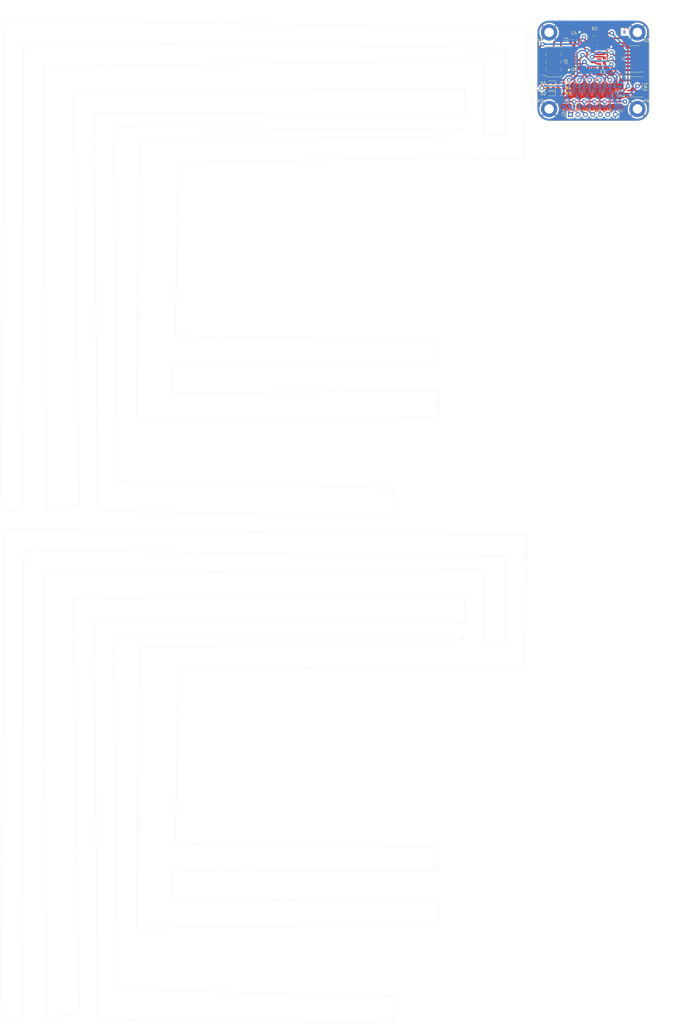
<source format=kicad_pcb>
(kicad_pcb (version 20221018) (generator pcbnew)
  (layers (0 "F.Cu" signal) (31 "B.Cu" signal) (34 "B.Paste" user) (35 "F.Paste" user) (36 "B.SilkS" user "B.Silkscreen") (37 "F.SilkS" user "F.Silkscreen") (38 "B.Mask" user) (39 "F.Mask" user) (44 "Edge.Cuts" user))
  (net 0 "")
  (net 1 "+5V-v2-")
  (net 2 "GND-v2-")
  (net 3 "+3.3V-v2-")
  (net 4 "Net-(D1-K)-v2-")
  (net 6 "Net-(D3-K)-v2-")
  (net 7 "Status_LED-v2-")
  (net 8 "Data_Clock_SNES-v2-")
  (net 9 "Data_Latch_SNES-v2-")
  (net 10 "Net-(D2-K)-v2-")
  (net 11 "Serial_Data1_SNES-v2-")
  (net 12 "Serial_Data2_SNES-v2-")
  (net 13 "SPI_Chip_Select-v2-")
  (net 14 "Chip_Enable-v2-")
  (net 15 "SPI_Digital_Input-v2-")
  (net 16 "SPI_Clock-v2-")
  (net 17 "SPI_Digital_Output-v2-")
  (net 18 "IOBit_SNES-v2-")
  (net 19 "Data_Clock_STM32-v2-")
  (net 20 "Data_Latch_STM32-v2-")
  (net 21 "Appairing_Btn-v2-")
  (net 22 "Net-(U2-BP)-v2-")
  (net 23 "SWDIO-v2-")
  (net 24 "SWDCK-v2-")
  (net 27 "NRST-v2-")
  (net 28 "USART2_RX-v2-")
  (net 29 "USART2_TX-v2-")
  (net 30 "Serial_Data1_STM32-v2-")
  (net 31 "IOBit_STM32-v2-")
  (net 32 "Serial_Data2_STM32-v2-")
  (footprint "MountingHole:MountingHole_3.2mm_M3_DIN965_Pad" (layer "F.Cu") (at 187.75 5.25)
    (fp_text reference "H1")
    (fp_text value "MountingHole_Pad")
  )
  (footprint "Resistor_SMD:R_0603_1608Metric_Pad0.98x0.95mm_HandSolder" (layer "F.Cu") (at 191.76875 22.45)
    (fp_text reference "R1")
    (fp_text value "1k")
  )
  (footprint "Capacitor_SMD:C_0603_1608Metric_Pad1.08x0.95mm_HandSolder" (layer "F.Cu") (at 195.05 7.75 90)
    (fp_text reference "C1")
    (fp_text value "10u")
  )
  (footprint "Connector_PinHeader_2.54mm:PinHeader_1x07_P2.54mm_Vertical" (layer "F.Cu") (at 195 33.15 90)
    (fp_text reference "J2")
    (fp_text value "Conn_01x07_Socket")
  )
  (footprint "Resistor_SMD:R_0603_1608Metric_Pad0.98x0.95mm_HandSolder" (layer "F.Cu") (at 191.76875 26.05)
    (fp_text reference "R3")
    (fp_text value "1k")
  )
  (footprint "Button_Switch_SMD:SW_SPST_B3S-1000" (layer "F.Cu") (at 216.25 23.75 180)
    (fp_text reference "SW1")
    (fp_text value "SW_SPST")
  )
  (footprint "MountingHole:MountingHole_3.2mm_M3_DIN965_Pad" (layer "F.Cu") (at 217.75 31.25)
    (fp_text reference "H4")
    (fp_text value "MountingHole_Pad")
  )
  (footprint "Capacitor_SMD:C_0603_1608Metric_Pad1.08x0.95mm_HandSolder" (layer "F.Cu") (at 206.51 11.5 90)
    (fp_text reference "C5")
    (fp_text value "100n")
  )
  (footprint "Diode_SMD:D_0603_1608Metric_Pad1.05x0.95mm_HandSolder" (layer "F.Cu") (at 188.26875 22.45 180)
    (fp_text reference "D1")
    (fp_text value "LED_Small")
  )
  (footprint "Connector_PinSocket_2.54mm:PinSocket_2x04_P2.54mm_Vertical_SMD" (layer "F.Cu") (at 189.25 15.25 180)
    (fp_text reference "J3")
    (fp_text value "Conn_01x08_Socket")
  )
  (footprint "Package_QFP:LQFP-32_7x7mm_P0.8mm" (layer "F.Cu") (at 200.6 13.15 180)
    (fp_text reference "U1")
    (fp_text value "STM32L412KBTx")
  )
  (footprint "Capacitor_SMD:C_0603_1608Metric_Pad1.08x0.95mm_HandSolder" (layer "F.Cu") (at 196.55 7.75 90)
    (fp_text reference "C4")
    (fp_text value "100n")
  )
  (footprint "Capacitor_SMD:C_0603_1608Metric_Pad1.08x0.95mm_HandSolder" (layer "F.Cu") (at 206.0025 17.19)
    (fp_text reference "C3")
    (fp_text value "100n")
  )
  (footprint "Diode_SMD:D_0603_1608Metric_Pad1.05x0.95mm_HandSolder" (layer "F.Cu") (at 188.26875 26.05 180)
    (fp_text reference "D2")
    (fp_text value "LED_Small")
  )
  (footprint "Diode_SMD:D_0603_1608Metric_Pad1.05x0.95mm_HandSolder" (layer "F.Cu") (at 188.26875 24.25 180)
    (fp_text reference "D3")
    (fp_text value "LED")
  )
  (footprint "MountingHole:MountingHole_3.2mm_M3_DIN965_Pad" (layer "F.Cu") (at 187.75 31.25)
    (fp_text reference "H3")
    (fp_text value "MountingHole_Pad")
  )
  (footprint "Connector_PinHeader_1.27mm:PinHeader_2x07_P1.27mm_Vertical_SMD" (layer "F.Cu") (at 216.75 14.25 180)
    (fp_text reference "J1")
    (fp_text value "Conn_02x07_Odd_Even")
  )
  (footprint "Capacitor_SMD:C_0603_1608Metric_Pad1.08x0.95mm_HandSolder" (layer "F.Cu") (at 206.51 14.8025 90)
    (fp_text reference "C2")
    (fp_text value "100n")
  )
  (footprint "Resistor_SMD:R_0603_1608Metric_Pad0.98x0.95mm_HandSolder" (layer "F.Cu") (at 203.17 6.32 90)
    (fp_text reference "R2")
    (fp_text value "10k")
  )
  (footprint "MountingHole:MountingHole_3.2mm_M3_DIN965_Pad" (layer "F.Cu") (at 217.75 5.25)
    (fp_text reference "H2")
    (fp_text value "MountingHole_Pad")
  )
  (footprint "Resistor_SMD:R_0603_1608Metric_Pad0.98x0.95mm_HandSolder" (layer "F.Cu") (at 191.76875 24.25)
    (fp_text reference "R4")
    (fp_text value "1k")
  )
  (footprint "Resistor_SMD:R_0603_1608Metric_Pad0.98x0.95mm_HandSolder" (layer "B.Cu") (at 197.15 30.35)
    (fp_text reference "R11")
    (fp_text value "10k")
  )
  (footprint "Resistor_SMD:R_0603_1608Metric_Pad0.98x0.95mm_HandSolder" (layer "B.Cu") (at 193.7 23.45)
    (fp_text reference "R5")
    (fp_text value "10k")
  )
  (footprint "Capacitor_SMD:C_0603_1608Metric_Pad1.08x0.95mm_HandSolder" (layer "B.Cu") (at 210.9 23.7 180)
    (fp_text reference "C6")
    (fp_text value "470p")
  )
  (footprint "Resistor_SMD:R_0603_1608Metric_Pad0.98x0.95mm_HandSolder" (layer "B.Cu") (at 207.5 23.45)
    (fp_text reference "R9")
    (fp_text value "10k")
  )
  (footprint "Resistor_SMD:R_0603_1608Metric_Pad0.98x0.95mm_HandSolder" (layer "B.Cu") (at 193.7 30.35)
    (fp_text reference "R10")
    (fp_text value "10k")
  )
  (footprint "Resistor_SMD:R_0603_1608Metric_Pad0.98x0.95mm_HandSolder" (layer "B.Cu") (at 200.6 23.45)
    (fp_text reference "R7")
    (fp_text value "10k")
  )
  (footprint "Resistor_SMD:R_0603_1608Metric_Pad0.98x0.95mm_HandSolder" (layer "B.Cu") (at 200.6 30.35)
    (fp_text reference "R12")
    (fp_text value "10k")
  )
  (footprint "Package_TO_SOT_SMD:SOT-23" (layer "B.Cu") (at 197.15 26.15 -90)
    (fp_text reference "Q2")
    (fp_text value "2N7002")
  )
  (footprint "Package_TO_SOT_SMD:SOT-23" (layer "B.Cu") (at 204.05 26.15 -90)
    (fp_text reference "Q4")
    (fp_text value "2N7002")
  )
  (footprint "Resistor_SMD:R_0603_1608Metric_Pad0.98x0.95mm_HandSolder" (layer "B.Cu") (at 204.05 23.45)
    (fp_text reference "R8")
    (fp_text value "10k")
  )
  (footprint "Package_TO_SOT_SMD:SOT-23" (layer "B.Cu") (at 207.5 26.15 -90)
    (fp_text reference "Q5")
    (fp_text value "2N7002")
  )
  (footprint "Capacitor_SMD:C_0603_1608Metric_Pad1.08x0.95mm_HandSolder" (layer "B.Cu") (at 210.9 22.2 180)
    (fp_text reference "C7")
    (fp_text value "2.2u")
  )
  (footprint "Resistor_SMD:R_0603_1608Metric_Pad0.98x0.95mm_HandSolder" (layer "B.Cu") (at 197.15 23.45)
    (fp_text reference "R6")
    (fp_text value "10k")
  )
  (footprint "Package_TO_SOT_SMD:SOT-23" (layer "B.Cu") (at 193.7 26.15 -90)
    (fp_text reference "Q1")
    (fp_text value "2N7002")
  )
  (footprint "Package_SO:MSOP-8_3x3mm_P0.65mm" (layer "B.Cu") (at 211.0125 27.9 -90)
    (fp_text reference "U2")
    (fp_text value "MIC5219-3.3YMM")
  )
  (footprint "Package_TO_SOT_SMD:SOT-23" (layer "B.Cu") (at 200.6 26.15 -90)
    (fp_text reference "Q3")
    (fp_text value "2N7002")
  )
  (footprint "Resistor_SMD:R_0603_1608Metric_Pad0.98x0.95mm_HandSolder" (layer "B.Cu") (at 204.05 30.35)
    (fp_text reference "R13")
    (fp_text value "10k")
  )
  (footprint "Resistor_SMD:R_0603_1608Metric_Pad0.98x0.95mm_HandSolder" (layer "B.Cu") (at 207.5 30.35)
    (fp_text reference "R14")
    (fp_text value "10k")
  )
  (gr_line (start 149.999937 135.88989) (end 150.329937 126.82989) (stroke (width 0.05)) (layer "Edge.Cuts"))
  (gr_line (start 217.75 35.25) (end 187.75 35.25) (stroke (width 0.1)) (layer "Edge.Cuts"))
  (gr_line (start 62.029937 221.76989) (end 153.019937 220.41989) (stroke (width 0.05)) (layer "Edge.Cuts"))
  (gr_line (start 158.729937 210.68989) (end 152.349937 213.03989) (stroke (width 0.05)) (layer "Edge.Cuts"))
  (gr_line (start 47.589937 309.39989) (end 149.999937 308.38989) (stroke (width 0.05)) (layer "Edge.Cuts"))
  (gr_line (start 153.019937 47.91989) (end 179.209937 48.25989) (stroke (width 0.05)) (layer "Edge.Cuts"))
  (gr_line (start 26.099937 25.08989) (end 159.059937 24.41989) (stroke (width 0.05)) (layer "Edge.Cuts"))
  (gr_line (start 34.489937 340.28989) (end 134.889937 341.96989) (stroke (width 0.05)) (layer "Edge.Cuts"))
  (gr_line (start 150.329937 299.32989) (end 59.679937 300.32989) (stroke (width 0.05)) (layer "Edge.Cuts"))
  (gr_line (start 134.889937 169.46989) (end 134.889937 160.06989) (stroke (width 0.05)) (layer "Edge.Cuts"))
  (gr_line (start 149.999937 308.38989) (end 150.329937 299.32989) (stroke (width 0.05)) (layer "Edge.Cuts"))
  (gr_line (start 165.439937 15.01989) (end 16.029937 16.69989) (stroke (width 0.05)) (layer "Edge.Cuts"))
  (gr_line (start 134.889937 160.06989) (end 41.209937 157.71989) (stroke (width 0.05)) (layer "Edge.Cuts"))
  (gr_arc (start 187.75 35.25) (mid 184.921573 34.078427) (end 183.75 31.25) (stroke (width 0.1)) (layer "Edge.Cuts"))
  (gr_line (start 26.099937 197.58989) (end 159.059937 196.91989) (stroke (width 0.05)) (layer "Edge.Cuts"))
  (gr_line (start 28.119937 165.43989) (end 26.099937 25.08989) (stroke (width 0.05)) (layer "Edge.Cuts"))
  (gr_line (start 17.039937 340.28989) (end 28.119937 337.93989) (stroke (width 0.05)) (layer "Edge.Cuts"))
  (gr_line (start 33.149937 204.97989) (end 34.489937 340.28989) (stroke (width 0.05)) (layer "Edge.Cuts"))
  (gr_line (start 39.869937 37.50989) (end 158.729937 38.18989) (stroke (width 0.05)) (layer "Edge.Cuts"))
  (gr_line (start 173.159937 39.85989) (end 165.439937 40.19989) (stroke (width 0.05)) (layer "Edge.Cuts"))
  (gr_line (start 173.159937 10.64989) (end 173.159937 39.85989) (stroke (width 0.05)) (layer "Edge.Cuts"))
  (gr_line (start 150.329937 126.82989) (end 59.679937 127.82989) (stroke (width 0.05)) (layer "Edge.Cuts"))
  (gr_line (start 158.729937 38.18989) (end 152.349937 40.53989) (stroke (width 0.05)) (layer "Edge.Cuts"))
  (gr_line (start 221.75 5.25) (end 221.75 31.25) (stroke (width 0.1)) (layer "Edge.Cuts"))
  (gr_line (start 180.219937 176.09989) (end 2.929937 173.74989) (stroke (width 0.05)) (layer "Edge.Cuts"))
  (gr_line (start 159.399937 205.64989) (end 33.149937 204.97989) (stroke (width 0.05)) (layer "Edge.Cuts"))
  (gr_line (start 152.349937 213.03989) (end 48.599937 214.03989) (stroke (width 0.05)) (layer "Edge.Cuts"))
  (gr_line (start 134.889937 341.96989) (end 134.889937 332.56989) (stroke (width 0.05)) (layer "Edge.Cuts"))
  (gr_line (start 1.249937 340.62989) (end 8.639937 339.94989) (stroke (width 0.05)) (layer "Edge.Cuts"))
  (gr_line (start 159.059937 196.91989) (end 159.399937 205.64989) (stroke (width 0.05)) (layer "Edge.Cuts"))
  (gr_arc (start 217.75 1.25) (mid 220.578427 2.421573) (end 221.75 5.25) (stroke (width 0.1)) (layer "Edge.Cuts"))
  (gr_line (start 152.349937 40.53989) (end 48.599937 41.53989) (stroke (width 0.05)) (layer "Edge.Cuts"))
  (gr_line (start 149.659937 109.36989) (end 60.679937 108.35989) (stroke (width 0.05)) (layer "Edge.Cuts"))
  (gr_line (start 165.439937 40.19989) (end 165.439937 15.01989) (stroke (width 0.05)) (layer "Edge.Cuts"))
  (gr_line (start 60.679937 280.85989) (end 62.029937 221.76989) (stroke (width 0.05)) (layer "Edge.Cuts"))
  (gr_line (start 48.599937 214.03989) (end 47.589937 309.39989) (stroke (width 0.05)) (layer "Edge.Cuts"))
  (gr_line (start 41.209937 157.71989) (end 39.869937 37.50989) (stroke (width 0.05)) (layer "Edge.Cuts"))
  (gr_line (start 2.929937 173.74989) (end 1.249937 340.62989) (stroke (width 0.05)) (layer "Edge.Cuts"))
  (gr_line (start 17.039937 167.78989) (end 28.119937 165.43989) (stroke (width 0.05)) (layer "Edge.Cuts"))
  (gr_line (start 60.679937 108.35989) (end 62.029937 49.26989) (stroke (width 0.05)) (layer "Edge.Cuts"))
  (gr_line (start 149.659937 281.86989) (end 60.679937 280.85989) (stroke (width 0.05)) (layer "Edge.Cuts"))
  (gr_line (start 153.019937 220.41989) (end 179.209937 220.75989) (stroke (width 0.05)) (layer "Edge.Cuts"))
  (gr_line (start 134.889937 332.56989) (end 41.209937 330.21989) (stroke (width 0.05)) (layer "Edge.Cuts"))
  (gr_line (start 8.639937 167.44989) (end 9.309937 8.63989) (stroke (width 0.05)) (layer "Edge.Cuts"))
  (gr_line (start 9.309937 8.63989) (end 173.159937 10.64989) (stroke (width 0.05)) (layer "Edge.Cuts"))
  (gr_line (start 28.119937 337.93989) (end 26.099937 197.58989) (stroke (width 0.05)) (layer "Edge.Cuts"))
  (gr_line (start 9.309937 181.13989) (end 173.159937 183.14989) (stroke (width 0.05)) (layer "Edge.Cuts"))
  (gr_line (start 183.75 31.25) (end 183.75 5.25) (stroke (width 0.1)) (layer "Edge.Cuts"))
  (gr_line (start 39.869937 210.00989) (end 158.729937 210.68989) (stroke (width 0.05)) (layer "Edge.Cuts"))
  (gr_line (start 173.159937 183.14989) (end 173.159937 212.35989) (stroke (width 0.05)) (layer "Edge.Cuts"))
  (gr_line (start 16.029937 16.69989) (end 17.039937 167.78989) (stroke (width 0.05)) (layer "Edge.Cuts"))
  (gr_arc (start 183.75 5.25) (mid 184.921573 2.421573) (end 187.75 1.25) (stroke (width 0.1)) (layer "Edge.Cuts"))
  (gr_line (start 16.029937 189.19989) (end 17.039937 340.28989) (stroke (width 0.05)) (layer "Edge.Cuts"))
  (gr_line (start 165.439937 212.69989) (end 165.439937 187.51989) (stroke (width 0.05)) (layer "Edge.Cuts"))
  (gr_line (start 59.679937 127.82989) (end 59.679937 117.75989) (stroke (width 0.05)) (layer "Edge.Cuts"))
  (gr_line (start 41.209937 330.21989) (end 39.869937 210.00989) (stroke (width 0.05)) (layer "Edge.Cuts"))
  (gr_arc (start 221.75 31.25) (mid 220.578427 34.078427) (end 217.75 35.25) (stroke (width 0.1)) (layer "Edge.Cuts"))
  (gr_line (start 187.75 1.25) (end 217.75 1.25) (stroke (width 0.1)) (layer "Edge.Cuts"))
  (gr_line (start 179.209937 48.25989) (end 180.219937 3.59989) (stroke (width 0.05)) (layer "Edge.Cuts"))
  (gr_line (start 59.679937 300.32989) (end 59.679937 290.25989) (stroke (width 0.05)) (layer "Edge.Cuts"))
  (gr_line (start 2.929937 1.24989) (end 1.249937 168.12989) (stroke (width 0.05)) (layer "Edge.Cuts"))
  (gr_line (start 179.209937 220.75989) (end 180.219937 176.09989) (stroke (width 0.05)) (layer "Edge.Cuts"))
  (gr_line (start 149.999937 289.92989) (end 149.659937 281.86989) (stroke (width 0.05)) (layer "Edge.Cuts"))
  (gr_line (start 159.059937 24.41989) (end 159.399937 33.14989) (stroke (width 0.05)) (layer "Edge.Cuts"))
  (gr_line (start 159.399937 33.14989) (end 33.149937 32.47989) (stroke (width 0.05)) (layer "Edge.Cuts"))
  (gr_line (start 173.159937 212.35989) (end 165.439937 212.69989) (stroke (width 0.05)) (layer "Edge.Cuts"))
  (gr_line (start 47.589937 136.89989) (end 149.999937 135.88989) (stroke (width 0.05)) (layer "Edge.Cuts"))
  (gr_line (start 149.999937 117.42989) (end 149.659937 109.36989) (stroke (width 0.05)) (layer "Edge.Cuts"))
  (gr_line (start 180.219937 3.59989) (end 2.929937 1.24989) (stroke (width 0.05)) (layer "Edge.Cuts"))
  (gr_line (start 1.249937 168.12989) (end 8.639937 167.44989) (stroke (width 0.05)) (layer "Edge.Cuts"))
  (gr_line (start 48.599937 41.53989) (end 47.589937 136.89989) (stroke (width 0.05)) (layer "Edge.Cuts"))
  (gr_line (start 165.439937 187.51989) (end 16.029937 189.19989) (stroke (width 0.05)) (layer "Edge.Cuts"))
  (gr_line (start 33.149937 32.47989) (end 34.489937 167.78989) (stroke (width 0.05)) (layer "Edge.Cuts"))
  (gr_line (start 59.679937 117.75989) (end 149.999937 117.42989) (stroke (width 0.05)) (layer "Edge.Cuts"))
  (gr_line (start 8.639937 339.94989) (end 9.309937 181.13989) (stroke (width 0.05)) (layer "Edge.Cuts"))
  (gr_line (start 62.029937 49.26989) (end 153.019937 47.91989) (stroke (width 0.05)) (layer "Edge.Cuts"))
  (gr_line (start 59.679937 290.25989) (end 149.999937 289.92989) (stroke (width 0.05)) (layer "Edge.Cuts"))
  (gr_line (start 34.489937 167.78989) (end 134.889937 169.46989) (stroke (width 0.05)) (layer "Edge.Cuts"))
  (gr_text "SNES Plug" (at 205.75 3.75) (layer "F.Cu") (effects (font (size 1 1)) (justify left bottom)))
  (gr_text "T" (at 212.75 5.75) (layer "F.Cu") (effects (font (size 1 1)) (justify left bottom)))
  (gr_text "B" (at 212.75 5.75) (layer "B.Cu") (effects (font (size 1 1)) (justify left bottom)))
  (segment (start 196.2375 28.75) (end 196.2375 31.9125) (width 0.5) (layer "F.Cu") (net 1))
  (segment (start 203.1375 28.75) (end 206.5875 28.75) (width 0.5) (layer "F.Cu") (net 1))
  (segment (start 188.809189 27.5) (end 190.25 27.5) (width 0.5) (layer "F.Cu") (net 1))
  (segment (start 187.39375 26.084561) (end 188.809189 27.5) (width 0.5) (layer "F.Cu") (net 1))
  (segment (start 206.5875 28.75) (end 213.5 28.75) (width 0.5) (layer "F.Cu") (net 1))
  (segment (start 196.2375 31.9125) (end 195 33.15) (width 0.5) (layer "F.Cu") (net 1))
  (segment (start 196.2375 28.75) (end 199.6875 28.75) (width 0.3) (layer "F.Cu") (net 1))
  (segment (start 203.1375 28.75) (end 199.6875 28.75) (width 0.5) (layer "F.Cu") (net 1))
  (segment (start 190.25 27.5) (end 191.5 28.75) (width 0.5) (layer "F.Cu") (net 1))
  (segment (start 191.5 28.75) (end 196.2375 28.75) (width 0.5) (layer "F.Cu") (net 1))
  (segment (start 187.39375 26.05) (end 187.39375 26.084561) (width 0.5) (layer "F.Cu") (net 1))
  (via (at 196.2375 28.75) (size 1.6) (drill 0.8) (layers "F.Cu" "B.Cu") (net 1))
  (via (at 199.6875 28.75) (size 1.6) (drill 0.8) (layers "F.Cu" "B.Cu") (net 1))
  (via (at 203.1375 28.75) (size 1.6) (drill 0.8) (layers "F.Cu" "B.Cu") (net 1))
  (via (at 213.5 28.75) (size 1.6) (drill 0.8) (layers "F.Cu" "B.Cu") (net 1))
  (via (at 206.5875 28.75) (size 1.6) (drill 0.8) (layers "F.Cu" "B.Cu") (net 1))
  (segment (start 213.5 28.75) (end 213.4 28.65) (width 0.5) (layer "B.Cu") (net 1))
  (segment (start 199.6875 28.75) (end 199.6875 30.35) (width 0.5) (layer "B.Cu") (net 1))
  (segment (start 195 33.15) (end 195 32.5625) (width 0.5) (layer "B.Cu") (net 1))
  (segment (start 210.6875 25.7875) (end 210.6875 27.230761) (width 0.3) (layer "B.Cu") (net 1))
  (segment (start 195 32.5625) (end 192.7875 30.35) (width 0.5) (layer "B.Cu") (net 1))
  (segment (start 203.1375 28.75) (end 203.1375 30.35) (width 0.5) (layer "B.Cu") (net 1))
  (segment (start 196.2375 30.35) (end 196.2375 28.75) (width 0.5) (layer "B.Cu") (net 1))
  (segment (start 206.5875 28.75) (end 206.5875 30.35) (width 0.5) (layer "B.Cu") (net 1))
  (segment (start 212.106739 28.65) (end 210.6875 27.230761) (width 0.5) (layer "B.Cu") (net 1))
  (segment (start 213.4 28.65) (end 212.106739 28.65) (width 0.5) (layer "B.Cu") (net 1))
  (segment (start 203.4 17.325) (end 204.29 18.215) (width 0.5) (layer "F.Cu") (net 2))
  (segment (start 196.55 6.8875) (end 196.55 6.7) (width 0.5) (layer "F.Cu") (net 2))
  (segment (start 193.44 19.06) (end 191.77 19.06) (width 0.5) (layer "F.Cu") (net 2))
  (segment (start 196.55 6.7) (end 198.1 5.15) (width 0.5) (layer "F.Cu") (net 2))
  (segment (start 194.5 18) (end 193.44 19.06) (width 0.5) (layer "F.Cu") (net 2))
  (segment (start 197.8 5.45) (end 197.8 8.975) (width 0.5) (layer "F.Cu") (net 2))
  (segment (start 208.899189 10.15) (end 208.411689 10.6375) (width 0.5) (layer "F.Cu") (net 2))
  (segment (start 206.51 15.591193) (end 207.535 14.566193) (width 0.5) (layer "F.Cu") (net 2))
  (segment (start 207.535 14.566193) (end 207.535 11.6625) (width 0.5) (layer "F.Cu") (net 2))
  (segment (start 206.865 16.02) (end 206.51 15.665) (width 0.5) (layer "F.Cu") (net 2))
  (segment (start 208.411689 10.6375) (end 206.51 10.6375) (width 0.5) (layer "F.Cu") (net 2))
  (segment (start 206.865 17.19) (end 206.865 16.02) (width 0.5) (layer "F.Cu") (net 2))
  (segment (start 207.535 11.6625) (end 206.51 10.6375) (width 0.5) (layer "F.Cu") (net 2))
  (segment (start 195.05 6.8875) (end 196.55 6.8875) (width 0.5) (layer "F.Cu") (net 2))
  (segment (start 205.84 18.215) (end 206.865 17.19) (width 0.5) (layer "F.Cu") (net 2))
  (segment (start 204.29 18.215) (end 205.84 18.215) (width 0.5) (layer "F.Cu") (net 2))
  (segment (start 198.1 5.15) (end 197.8 5.45) (width 0.5) (layer "F.Cu") (net 2))
  (segment (start 206.51 15.665) (end 206.51 15.591193) (width 0.5) (layer "F.Cu") (net 2))
  (via (at 194.5 18) (size 1.6) (drill 0.8) (layers "F.Cu" "B.Cu") (net 2))
  (via (at 198.1 5.15) (size 1.6) (drill 0.8) (layers "F.Cu" "B.Cu") (net 2))
  (via (at 210.0375 20.15) (size 1.6) (drill 0.8) (layers "F.Cu" "B.Cu") (net 2))
  (via (at 208.899189 10.15) (size 1.6) (drill 0.8) (layers "F.Cu" "B.Cu") (net 2))
  (segment (start 210.0375 22.2) (end 210.0375 23.7) (width 0.5) (layer "B.Cu") (net 2))
  (segment (start 210.0375 22.2) (end 210.0375 20.15) (width 0.5) (layer "B.Cu") (net 2))
  (segment (start 210.0375 20.1875) (end 210 20.15) (width 0.5) (layer "B.Cu") (net 2))
  (segment (start 208.899189 10.15) (end 206.15 10.15) (width 0.5) (layer "B.Cu") (net 2))
  (segment (start 201.15 5.15) (end 198.1 5.15) (width 0.5) (layer "B.Cu") (net 2))
  (segment (start 206.15 10.15) (end 201.15 5.15) (width 0.5) (layer "B.Cu") (net 2))
  (segment (start 195.05 8.975) (end 196.425 10.35) (width 0.5) (layer "F.Cu") (net 3))
  (segment (start 204.775 15.95) (end 203.870406 15.95) (width 0.5) (layer "F.Cu") (net 3))
  (segment (start 203.420406 15.5) (end 202.290811 15.5) (width 0.5) (layer "F.Cu") (net 3))
  (segment (start 205.14 17.19) (end 205.14 16.315) (width 0.5) (layer "F.Cu") (net 3))
  (segment (start 187.39375 24.25) (end 185.25 24.25) (width 0.5) (layer "F.Cu") (net 3))
  (segment (start 199.55 10.35) (end 196.425 10.35) (width 0.5) (layer "F.Cu") (net 3))
  (segment (start 196.425 8.7375) (end 196.55 8.6125) (width 0.5) (layer "F.Cu") (net 3))
  (segment (start 204.775 12.75) (end 203.75 12.75) (width 0.5) (layer "F.Cu") (net 3))
  (segment (start 206.1225 12.75) (end 204.775 12.75) (width 0.5) (layer "F.Cu") (net 3))
  (segment (start 185.25 24.25) (end 185.25 20.54) (width 0.5) (layer "F.Cu") (net 3))
  (segment (start 200.6 13.809189) (end 200.6 11.4) (width 0.5) (layer "F.Cu") (net 3))
  (segment (start 195.05 8.6125) (end 195.05 8.975) (width 0.5) (layer "F.Cu") (net 3))
  (segment (start 185.25 20.54) (end 186.73 19.06) (width 0.5) (layer "F.Cu") (net 3))
  (segment (start 220.225 21.5) (end 220.75 20.975) (width 0.5) (layer "F.Cu") (net 3))
  (segment (start 196.425 10.35) (end 196.425 8.7375) (width 0.5) (layer "F.Cu") (net 3))
  (segment (start 220.75 20.975) (end 220.75 17.14) (width 0.5) (layer "F.Cu") (net 3))
  (segment (start 220.4 16.79) (end 220.75 17.14) (width 0.5) (layer "F.Cu") (net 3))
  (segment (start 218.225 23.5) (end 220.225 21.5) (width 0.5) (layer "F.Cu") (net 3))
  (segment (start 200.6 11.4) (end 199.55 10.35) (width 0.5) (layer "F.Cu") (net 3))
  (segment (start 205.14 16.315) (end 204.775 15.95) (width 0.5) (layer "F.Cu") (net 3))
  (segment (start 203.870406 15.95) (end 203.420406 15.5) (width 0.5) (layer "F.Cu") (net 3))
  (segment (start 203.75 12.75) (end 202.4 11.4) (width 0.5) (layer "F.Cu") (net 3))
  (segment (start 218.7 16.79) (end 220.4 16.79) (width 0.5) (layer "F.Cu") (net 3))
  (segment (start 212.275 21.5) (end 220.225 21.5) (width 0.5) (layer "F.Cu") (net 3))
  (segment (start 202.290811 15.5) (end 200.6 13.809189) (width 0.5) (layer "F.Cu") (net 3))
  (segment (start 206.51 12.3625) (end 206.1225 12.75) (width 0.5) (layer "F.Cu") (net 3))
  (segment (start 202.4 11.4) (end 200.6 11.4) (width 0.5) (layer "F.Cu") (net 3))
  (segment (start 217.75 23.5) (end 218.225 23.5) (width 0.5) (layer "F.Cu") (net 3))
  (via (at 185.25 24.25) (size 1.6) (drill 0.8) (layers "F.Cu" "B.Cu") (net 3))
  (via (at 200.6 11.4) (size 1.6) (drill 0.8) (layers "F.Cu" "B.Cu") (net 3))
  (via (at 217.75 23.5) (size 1.6) (drill 0.8) (layers "F.Cu" "B.Cu") (net 3))
  (segment (start 202.071689 20.05) (end 203.1375 21.115811) (width 0.5) (layer "B.Cu") (net 3))
  (segment (start 186.05 23.45) (end 192.7875 23.45) (width 0.5) (layer "B.Cu") (net 3))
  (segment (start 192.75 25.2125) (end 192.75 23.4875) (width 0.5) (layer "B.Cu") (net 3))
  (segment (start 196.2 25.2125) (end 196.2 23.4875) (width 0.5) (layer "B.Cu") (net 3))
  (segment (start 199.65 25.2125) (end 199.65 23.4875) (width 0.5) (layer "B.Cu") (net 3))
  (segment (start 206.55 25.2125) (end 206.55 23.4875) (width 0.5) (layer "B.Cu") (net 3))
  (segment (start 192.75 23.4875) (end 192.7875 23.45) (width 0.5) (layer "B.Cu") (net 3))
  (segment (start 204.203311 20.05) (end 203.1375 21.115811) (width 0.5) (layer "B.Cu") (net 3))
  (segment (start 211.7625 19.965811) (end 210.596689 18.8) (width 0.5) (layer "B.Cu") (net 3))
  (segment (start 194.053311 20.05) (end 195.171689 20.05) (width 0.5) (layer "B.Cu") (net 3))
  (segment (start 196.2375 21.115811) (end 196.2375 23.45) (width 0.5) (layer "B.Cu") (net 3))
  (segment (start 195.171689 20.05) (end 196.2375 21.115811) (width 0.5) (layer "B.Cu") (net 3))
  (segment (start 192.7875 23.45) (end 192.7875 21.315811) (width 0.5) (layer "B.Cu") (net 3))
  (segment (start 197.303311 20.05) (end 196.2375 21.115811) (width 0.5) (layer "B.Cu") (net 3))
  (segment (start 198.35 11.4) (end 197.303311 12.446689) (width 0.5) (layer "B.Cu") (net 3))
  (segment (start 211.3375 26.727817) (end 211.759683 27.15) (width 0.3) (layer "B.Cu") (net 3))
  (segment (start 199.6875 23.45) (end 199.6875 21.115811) (width 0.5) (layer "B.Cu") (net 3))
  (segment (start 192.7875 21.315811) (end 194.053311 20.05) (width 0.5) (layer "B.Cu") (net 3))
  (segment (start 198.621689 20.05) (end 197.303311 20.05) (width 0.5) (layer "B.Cu") (net 3))
  (segment (start 196.2 23.4875) (end 196.2375 23.45) (width 0.5) (layer "B.Cu") (net 3))
  (segment (start 214.743261 26.506739) (end 213 26.506739) (width 0.5) (layer "B.Cu") (net 3))
  (segment (start 197.303311 12.446689) (end 197.303311 20.05) (width 0.5) (layer "B.Cu") (net 3))
  (segment (start 206.5875 21.115811) (end 205.521689 20.05) (width 0.5) (layer "B.Cu") (net 3))
  (segment (start 199.65 23.4875) (end 199.6875 23.45) (width 0.5) (layer "B.Cu") (net 3))
  (segment (start 203.1 23.4875) (end 203.1375 23.45) (width 0.5) (layer "B.Cu") (net 3))
  (segment (start 213 26.506739) (end 213 22.75) (width 0.5) (layer "B.Cu") (net 3))
  (segment (start 211.3375 25.7875) (end 211.3375 26.727817) (width 0.3) (layer "B.Cu") (net 3))
  (segment (start 200.753311 20.05) (end 202.071689 20.05) (width 0.5) (layer "B.Cu") (net 3))
  (segment (start 214.743261 26.506739) (end 217.75 23.5) (width 0.5) (layer "B.Cu") (net 3))
  (segment (start 213 22.75) (end 212.45 22.2) (width 0.5) (layer "B.Cu") (net 3))
  (segment (start 212.45 22.2) (end 211.7625 22.2) (width 0.5) (layer "B.Cu") (net 3))
  (segment (start 199.6875 21.115811) (end 198.621689 20.05) (width 0.5) (layer "B.Cu") (net 3))
  (segment (start 185.25 24.25) (end 186.05 23.45) (width 0.5) (layer "B.Cu") (net 3))
  (segment (start 206.55 23.4875) (end 206.5875 23.45) (width 0.5) (layer "B.Cu") (net 3))
  (segment (start 205.521689 20.05) (end 204.203311 20.05) (width 0.5) (layer "B.Cu") (net 3))
  (segment (start 206.5875 23.45) (end 206.5875 21.115811) (width 0.5) (layer "B.Cu") (net 3))
  (segment (start 210.596689 18.8) (end 208.903311 18.8) (width 0.5) (layer "B.Cu") (net 3))
  (segment (start 213 26.506739) (end 212.356739 27.15) (width 0.5) (layer "B.Cu") (net 3))
  (segment (start 200.6 11.4) (end 198.35 11.4) (width 0.5) (layer "B.Cu") (net 3))
  (segment (start 203.1 25.2125) (end 203.1 23.4875) (width 0.5) (layer "B.Cu") (net 3))
  (segment (start 208.903311 18.8) (end 206.5875 21.115811) (width 0.5) (layer "B.Cu") (net 3))
  (segment (start 211.7625 22.2) (end 211.7625 19.965811) (width 0.5) (layer "B.Cu") (net 3))
  (segment (start 212.356739 27.15) (end 211.759683 27.15) (width 0.5) (layer "B.Cu") (net 3))
  (segment (start 199.6875 21.115811) (end 200.753311 20.05) (width 0.5) (layer "B.Cu") (net 3))
  (segment (start 203.1375 21.115811) (end 203.1375 23.45) (width 0.5) (layer "B.Cu") (net 3))
  (segment (start 190.85625 22.45) (end 189.14375 22.45) (width 0.5) (layer "F.Cu") (net 4))
  (segment (start 190.85625 24.25) (end 189.14375 24.25) (width 0.5) (layer "F.Cu") (net 6))
  (segment (start 192.575 21.425) (end 194 20) (width 0.5) (layer "F.Cu") (net 7))
  (segment (start 194 20) (end 195.125 20) (width 0.5) (layer "F.Cu") (net 7))
  (segment (start 188.41875 21.425) (end 192.575 21.425) (width 0.5) (layer "F.Cu") (net 7))
  (segment (start 195.125 20) (end 197.8 17.325) (width 0.5) (layer "F.Cu") (net 7))
  (segment (start 187.39375 22.45) (end 188.41875 21.425) (width 0.5) (layer "F.Cu") (net 7))
  (segment (start 194.6125 30.35) (end 194.6125 28) (width 0.5) (layer "B.Cu") (net 8))
  (segment (start 197.54 32.54) (end 196.75 31.75) (width 0.5) (layer "B.Cu") (net 8))
  (segment (start 196.75 31.75) (end 196.0125 31.75) (width 0.5) (layer "B.Cu") (net 8))
  (segment (start 194.6125 28) (end 193.7 27.0875) (width 0.5) (layer "B.Cu") (net 8))
  (segment (start 197.54 33.15) (end 197.54 32.54) (width 0.5) (layer "B.Cu") (net 8))
  (segment (start 196.0125 31.75) (end 194.6125 30.35) (width 0.5) (layer "B.Cu") (net 8))
  (segment (start 198.0625 28) (end 197.15 27.0875) (width 0.5) (layer "B.Cu") (net 9))
  (segment (start 198.0625 30.35) (end 198.0625 28) (width 0.5) (layer "B.Cu") (net 9))
  (segment (start 198.0625 30.35) (end 198.0625 31.2125) (width 0.5) (layer "B.Cu") (net 9))
  (segment (start 198.0625 31.2125) (end 200 33.15) (width 0.5) (layer "B.Cu") (net 9))
  (segment (start 189.14375 26.05) (end 190.85625 26.05) (width 0.5) (layer "F.Cu") (net 10))
  (segment (start 201.5125 28) (end 200.6 27.0875) (width 0.5) (layer "B.Cu") (net 11))
  (segment (start 201.5125 30.35) (end 201.5125 32.1625) (width 0.5) (layer "B.Cu") (net 11))
  (segment (start 201.5125 30.35) (end 201.5125 28) (width 0.5) (layer "B.Cu") (net 11))
  (segment (start 201.5125 32.1625) (end 202.5 33.15) (width 0.5) (layer "B.Cu") (net 11))
  (segment (start 204.9625 33.1125) (end 205 33.15) (width 0.5) (layer "B.Cu") (net 12))
  (segment (start 204.9625 30.35) (end 204.9625 28) (width 0.5) (layer "B.Cu") (net 12))
  (segment (start 204.9625 28) (end 204.05 27.0875) (width 0.5) (layer "B.Cu") (net 12))
  (segment (start 204.9625 30.35) (end 204.9625 33.1125) (width 0.5) (layer "B.Cu") (net 12))
  (segment (start 194 12) (end 194 14.75) (width 0.5) (layer "F.Cu") (net 13))
  (segment (start 194.85 11.15) (end 194 12) (width 0.5) (layer "F.Cu") (net 13))
  (segment (start 194 14.75) (end 193.5 15.25) (width 0.5) (layer "F.Cu") (net 13))
  (segment (start 193.5 15.25) (end 188 15.25) (width 0.5) (layer "F.Cu") (net 13))
  (segment (start 188 15.25) (end 186.73 16.52) (width 0.5) (layer "F.Cu") (net 13))
  (segment (start 196.425 11.15) (end 194.85 11.15) (width 0.5) (layer "F.Cu") (net 13))
  (segment (start 195.125 12.345406) (end 195.520406 11.95) (width 0.5) (layer "F.Cu") (net 14))
  (segment (start 194.23 16.52) (end 195.125 15.625) (width 0.5) (layer "F.Cu") (net 14))
  (segment (start 195.125 15.625) (end 195.125 12.345406) (width 0.5) (layer "F.Cu") (net 14))
  (segment (start 195.520406 11.95) (end 196.425 11.95) (width 0.5) (layer "F.Cu") (net 14))
  (segment (start 191.77 16.52) (end 194.23 16.52) (width 0.5) (layer "F.Cu") (net 14))
  (segment (start 201 6) (end 201 8.975) (width 0.5) (layer "F.Cu") (net 15))
  (segment (start 198.8 3.8) (end 201 6) (width 0.5) (layer "F.Cu") (net 15))
  (segment (start 191.77 11.44) (end 191.77 8.516307) (width 0.5) (layer "F.Cu") (net 15))
  (segment (start 196.486307 3.8) (end 198.8 3.8) (width 0.5) (layer "F.Cu") (net 15))
  (segment (start 191.77 8.516307) (end 196.486307 3.8) (width 0.5) (layer "F.Cu") (net 15))
  (segment (start 201.8 4.55) (end 201.8 8.975) (width 0.5) (layer "F.Cu") (net 16))
  (segment (start 190.77 13.98) (end 189.25 12.46) (width 0.5) (layer "F.Cu") (net 16))
  (segment (start 189.25 9) (end 195.75 2.5) (width 0.5) (layer "F.Cu") (net 16))
  (segment (start 189.25 12.46) (end 189.25 9) (width 0.5) (layer "F.Cu") (net 16))
  (segment (start 199.75 2.5) (end 201.8 4.55) (width 0.5) (layer "F.Cu") (net 16))
  (segment (start 191.77 13.98) (end 190.77 13.98) (width 0.5) (layer "F.Cu") (net 16))
  (segment (start 195.75 2.5) (end 199.75 2.5) (width 0.5) (layer "F.Cu") (net 16))
  (segment (start 185.73 13.98) (end 184.68 12.93) (width 0.5) (layer "F.Cu") (net 17))
  (segment (start 199.6 7.470406) (end 200.2 8.070406) (width 0.5) (layer "F.Cu") (net 17))
  (segment (start 200.2 8.070406) (end 200.2 8.975) (width 0.5) (layer "F.Cu") (net 17))
  (segment (start 184.68 10.07) (end 185.5 9.25) (width 0.5) (layer "F.Cu") (net 17))
  (segment (start 184.68 12.93) (end 184.68 10.07) (width 0.5) (layer "F.Cu") (net 17))
  (segment (start 186.73 13.98) (end 185.73 13.98) (width 0.5) (layer "F.Cu") (net 17))
  (segment (start 199.6 6.9) (end 199.6 7.470406) (width 0.5) (layer "F.Cu") (net 17))
  (via (at 185.5 9.25) (size 1.6) (drill 0.8) (layers "F.Cu" "B.Cu") (net 17))
  (via (at 199.6 6.9) (size 1.6) (drill 0.8) (layers "F.Cu" "B.Cu") (net 17))
  (segment (start 197.25 9.25) (end 199.6 6.9) (width 0.5) (layer "B.Cu") (net 17))
  (segment (start 185.5 9.25) (end 197.25 9.25) (width 0.5) (layer "B.Cu") (net 17))
  (segment (start 208.4125 30.35) (end 208.4125 28) (width 0.5) (layer "B.Cu") (net 18))
  (segment (start 208.4125 32.2375) (end 207.5 33.15) (width 0.5) (layer "B.Cu") (net 18))
  (segment (start 208.4125 30.35) (end 208.4125 32.2375) (width 0.5) (layer "B.Cu") (net 18))
  (segment (start 208.4125 28) (end 207.5 27.0875) (width 0.5) (layer "B.Cu") (net 18))
  (segment (start 195.429594 21.4) (end 198.6 18.229594) (width 0.5) (layer "F.Cu") (net 19))
  (segment (start 198.6 18.229594) (end 198.6 17.325) (width 0.5) (layer "F.Cu") (net 19))
  (segment (start 194.6125 21.4) (end 195.429594 21.4) (width 0.5) (layer "F.Cu") (net 19))
  (via (at 194.6125 21.4) (size 1.6) (drill 0.8) (layers "F.Cu" "B.Cu") (net 19))
  (segment (start 194.6125 23.45) (end 194.6125 21.4) (width 0.5) (layer "B.Cu") (net 19))
  (segment (start 194.65 23.4875) (end 194.6125 23.45) (width 0.5) (layer "B.Cu") (net 19))
  (segment (start 194.65 25.2125) (end 194.65 23.4875) (width 0.5) (layer "B.Cu") (net 19))
  (segment (start 198.0625 21.4) (end 199.4 20.0625) (width 0.5) (layer "F.Cu") (net 20))
  (segment (start 199.4 20.0625) (end 199.4 17.325) (width 0.5) (layer "F.Cu") (net 20))
  (via (at 198.0625 21.4) (size 1.6) (drill 0.8) (layers "F.Cu" "B.Cu") (net 20))
  (segment (start 198.1 23.4875) (end 198.0625 23.45) (width 0.5) (layer "B.Cu") (net 20))
  (segment (start 198.0625 23.45) (end 198.0625 21.4) (width 0.5) (layer "B.Cu") (net 20))
  (segment (start 198.1 25.2125) (end 198.1 23.4875) (width 0.5) (layer "B.Cu") (net 20))
  (segment (start 202.6 8.975) (end 202.6 7.8025) (width 0.5) (layer "F.Cu") (net 21))
  (segment (start 214.5 23.5) (end 214.5 23.75) (width 0.5) (layer "F.Cu") (net 21))
  (segment (start 204.9025 5.5) (end 203.17 7.2325) (width 0.5) (layer "F.Cu") (net 21))
  (segment (start 220.225 26) (end 212.275 26) (width 0.5) (layer "F.Cu") (net 21))
  (segment (start 202.6 7.8025) (end 203.17 7.2325) (width 0.5) (layer "F.Cu") (net 21))
  (segment (start 209 5.5) (end 204.9025 5.5) (width 0.5) (layer "F.Cu") (net 21))
  (segment (start 214.5 23.75) (end 212.275 25.975) (width 0.5) (layer "F.Cu") (net 21))
  (segment (start 212.275 25.975) (end 212.275 26) (width 0.5) (layer "F.Cu") (net 21))
  (via (at 209 5.5) (size 1.6) (drill 0.8) (layers "F.Cu" "B.Cu") (net 21))
  (via (at 214.5 23.5) (size 1.6) (drill 0.8) (layers "F.Cu" "B.Cu") (net 21))
  (segment (start 214.5 23.5) (end 214.5 11) (width 0.5) (layer "B.Cu") (net 21))
  (segment (start 214.5 11) (end 209 5.5) (width 0.5) (layer "B.Cu") (net 21))
  (segment (start 211.9875 23.925) (end 211.7625 23.7) (width 0.3) (layer "B.Cu") (net 22))
  (segment (start 211.9875 25.7875) (end 211.9875 23.925) (width 0.3) (layer "B.Cu") (net 22))
  (segment (start 197.329594 15.15) (end 199.1 13.379594) (width 0.5) (layer "F.Cu") (net 23))
  (segment (start 214.8 18.06) (end 212.809189 18.06) (width 0.5) (layer "F.Cu") (net 23))
  (segment (start 212.809189 18.06) (end 208.899189 14.15) (width 0.5) (layer "F.Cu") (net 23))
  (segment (start 199.1 13.379594) (end 199.1 13) (width 0.5) (layer "F.Cu") (net 23))
  (segment (start 196.425 15.15) (end 197.329594 15.15) (width 0.5) (layer "F.Cu") (net 23))
  (via (at 208.899189 14.15) (size 1.6) (drill 0.8) (layers "F.Cu" "B.Cu") (net 23))
  (via (at 199.1 13) (size 1.6) (drill 0.8) (layers "F.Cu" "B.Cu") (net 23))
  (segment (start 208.049189 15) (end 208.899189 14.15) (width 0.5) (layer "B.Cu") (net 23))
  (segment (start 201.75 15) (end 208.049189 15) (width 0.5) (layer "B.Cu") (net 23))
  (segment (start 199.75 13) (end 201.75 15) (width 0.5) (layer "B.Cu") (net 23))
  (segment (start 199.1 13) (end 199.75 13) (width 0.5) (layer "B.Cu") (net 23))
  (segment (start 199.05 15.95) (end 196.425 15.95) (width 0.5) (layer "F.Cu") (net 24))
  (segment (start 211.5 19.5) (end 208.899189 16.899189) (width 0.5) (layer "F.Cu") (net 24))
  (segment (start 208.899189 16.899189) (end 208.899189 16.15) (width 0.5) (layer "F.Cu") (net 24))
  (segment (start 216.43 19.5) (end 211.5 19.5) (width 0.5) (layer "F.Cu") (net 24))
  (segment (start 217.87 18.06) (end 216.43 19.5) (width 0.5) (layer "F.Cu") (net 24))
  (segment (start 218.7 18.06) (end 217.87 18.06) (width 0.5) (layer "F.Cu") (net 24))
  (segment (start 199.75 15.25) (end 199.05 15.95) (width 0.5) (layer "F.Cu") (net 24))
  (via (at 199.75 15.25) (size 1.6) (drill 0.8) (layers "F.Cu" "B.Cu") (net 24))
  (via (at 208.899189 16.15) (size 1.6) (drill 0.8) (layers "F.Cu" "B.Cu") (net 24))
  (segment (start 208.299189 16.75) (end 208.899189 16.15) (width 0.5) (layer "B.Cu") (net 24))
  (segment (start 199.75 15.25) (end 201.25 16.75) (width 0.5) (layer "B.Cu") (net 24))
  (segment (start 201.25 16.75) (end 208.299189 16.75) (width 0.5) (layer "B.Cu") (net 24))
  (segment (start 204.775 13.55) (end 202.45 13.55) (width 0.5) (layer "F.Cu") (net 27))
  (segment (start 202.45 13.55) (end 202.35 13.65) (width 0.5) (layer "F.Cu") (net 27))
  (segment (start 206.12 13.55) (end 204.775 13.55) (width 0.5) (layer "F.Cu") (net 27))
  (segment (start 214.8 12.98) (end 209.729189 12.98) (width 0.5) (layer "F.Cu") (net 27))
  (segment (start 209.729189 12.98) (end 208.899189 12.15) (width 0.5) (layer "F.Cu") (net 27))
  (segment (start 206.51 13.94) (end 206.12 13.55) (width 0.5) (layer "F.Cu") (net 27))
  (via (at 202.35 13.65) (size 1.6) (drill 0.8) (layers "F.Cu" "B.Cu") (net 27))
  (via (at 208.899189 12.15) (size 1.6) (drill 0.8) (layers "F.Cu" "B.Cu") (net 27))
  (segment (start 208.899189 12.15) (end 203.85 12.15) (width 0.5) (layer "B.Cu") (net 27))
  (segment (start 203.85 12.15) (end 202.35 13.65) (width 0.5) (layer "B.Cu") (net 27))
  (segment (start 216.75 11.25) (end 216.29 11.71) (width 0.5) (layer "F.Cu") (net 28))
  (segment (start 205.125 7.25) (end 214.28 7.25) (width 0.5) (layer "F.Cu") (net 28))
  (segment (start 214.28 7.25) (end 216.75 9.72) (width 0.5) (layer "F.Cu") (net 28))
  (segment (start 203.4 8.975) (end 205.125 7.25) (width 0.5) (layer "F.Cu") (net 28))
  (segment (start 216.29 11.71) (end 214.8 11.71) (width 0.5) (layer "F.Cu") (net 28))
  (segment (start 216.75 9.72) (end 216.75 11.25) (width 0.5) (layer "F.Cu") (net 28))
  (segment (start 206.325 8.8) (end 204.775 10.35) (width 0.5) (layer "F.Cu") (net 29))
  (segment (start 213.16 8.8) (end 206.325 8.8) (width 0.5) (layer "F.Cu") (net 29))
  (segment (start 214.8 10.44) (end 213.16 8.8) (width 0.5) (layer "F.Cu") (net 29))
  (segment (start 200.2 20.0875) (end 201.5125 21.4) (width 0.5) (layer "F.Cu") (net 30))
  (segment (start 200.2 17.325) (end 200.2 20.0875) (width 0.5) (layer "F.Cu") (net 30))
  (via (at 201.5125 21.4) (size 1.6) (drill 0.8) (layers "F.Cu" "B.Cu") (net 30))
  (segment (start 201.55 25.2125) (end 201.55 23.4875) (width 0.5) (layer "B.Cu") (net 30))
  (segment (start 201.55 23.4875) (end 201.5125 23.45) (width 0.5) (layer "B.Cu") (net 30))
  (segment (start 201.5125 23.45) (end 201.5125 21.4) (width 0.5) (layer "B.Cu") (net 30))
  (segment (start 201.8 18.560964) (end 201.8 17.325) (width 0.5) (layer "F.Cu") (net 31))
  (segment (start 202.789036 19.55) (end 201.8 18.560964) (width 0.5) (layer "F.Cu") (net 31))
  (segment (start 206.5625 19.55) (end 202.789036 19.55) (width 0.5) (layer "F.Cu") (net 31))
  (segment (start 208.4125 21.4) (end 206.5625 19.55) (width 0.5) (layer "F.Cu") (net 31))
  (via (at 208.4125 21.4) (size 1.6) (drill 0.8) (layers "F.Cu" "B.Cu") (net 31))
  (segment (start 208.45 25.2125) (end 208.45 23.4875) (width 0.5) (layer "B.Cu") (net 31))
  (segment (start 208.4125 23.45) (end 208.4125 21.4) (width 0.5) (layer "B.Cu") (net 31))
  (segment (start 208.45 23.4875) (end 208.4125 23.45) (width 0.5) (layer "B.Cu") (net 31))
  (segment (start 203.421689 21.4) (end 201 18.978311) (width 0.5) (layer "F.Cu") (net 32))
  (segment (start 201 18.978311) (end 201 17.325) (width 0.5) (layer "F.Cu") (net 32))
  (segment (start 204.9625 21.4) (end 203.421689 21.4) (width 0.5) (layer "F.Cu") (net 32))
  (via (at 204.9625 21.4) (size 1.6) (drill 0.8) (layers "F.Cu" "B.Cu") (net 32))
  (segment (start 204.9625 23.45) (end 204.9625 21.4) (width 0.5) (layer "B.Cu") (net 32))
  (segment (start 205 25.2125) (end 205 23.4875) (width 0.5) (layer "B.Cu") (net 32))
  (segment (start 205 23.4875) (end 204.9625 23.45) (width 0.5) (layer "B.Cu") (net 32))
  (zone (net 2) (net_name "GND-v2-") (layer "F.Cu") (connect_pads (clearance 0.5)) (min_thickness 0.25) (fill yes (thermal_gap 0.5) (thermal_bridge_width 0.5))
    (polygon (pts (xy 183.75 1.25) (xy 221.75 1.25) (xy 221.75 35.25) (xy 183.75 35.25)))
  )
  (zone (net 2) (net_name "GND-v2-") (layer "B.Cu") (priority 1) (connect_pads (clearance 0.5)) (min_thickness 0.25) (fill yes (thermal_gap 0.5) (thermal_bridge_width 0.5))
    (polygon (pts (xy 183.75 1.25) (xy 221.75 1.25) (xy 221.75 35.25) (xy 183.75 35.25)))
  )
)
</source>
